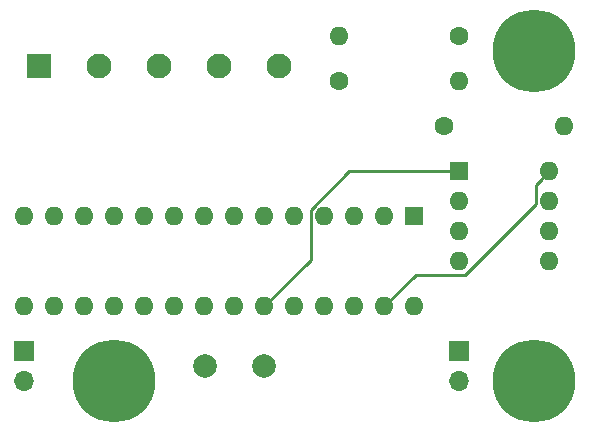
<source format=gbr>
G04 #@! TF.GenerationSoftware,KiCad,Pcbnew,(5.1.5)-3*
G04 #@! TF.CreationDate,2020-06-02T00:14:17+02:00*
G04 #@! TF.ProjectId,I2CMaster,4932434d-6173-4746-9572-2e6b69636164,rev?*
G04 #@! TF.SameCoordinates,Original*
G04 #@! TF.FileFunction,Copper,L2,Bot*
G04 #@! TF.FilePolarity,Positive*
%FSLAX46Y46*%
G04 Gerber Fmt 4.6, Leading zero omitted, Abs format (unit mm)*
G04 Created by KiCad (PCBNEW (5.1.5)-3) date 2020-06-02 00:14:17*
%MOMM*%
%LPD*%
G04 APERTURE LIST*
%ADD10O,1.600000X1.600000*%
%ADD11C,1.600000*%
%ADD12O,1.700000X1.700000*%
%ADD13R,1.700000X1.700000*%
%ADD14C,2.000000*%
%ADD15C,7.000000*%
%ADD16R,1.600000X1.600000*%
%ADD17C,2.100000*%
%ADD18R,2.100000X2.100000*%
%ADD19C,0.250000*%
G04 APERTURE END LIST*
D10*
X367030000Y-241300000D03*
D11*
X356870000Y-241300000D03*
D12*
X358140000Y-262890000D03*
D13*
X358140000Y-260350000D03*
D14*
X336630000Y-261620000D03*
X341630000Y-261620000D03*
D15*
X328930000Y-262890000D03*
X364490000Y-262890000D03*
X364490000Y-234950000D03*
D10*
X365760000Y-245110000D03*
X358140000Y-252730000D03*
X365760000Y-247650000D03*
X358140000Y-250190000D03*
X365760000Y-250190000D03*
X358140000Y-247650000D03*
X365760000Y-252730000D03*
D16*
X358140000Y-245110000D03*
D10*
X354330000Y-256540000D03*
X321310000Y-248920000D03*
X351790000Y-256540000D03*
X323850000Y-248920000D03*
X349250000Y-256540000D03*
X326390000Y-248920000D03*
X346710000Y-256540000D03*
X328930000Y-248920000D03*
X344170000Y-256540000D03*
X331470000Y-248920000D03*
X341630000Y-256540000D03*
X334010000Y-248920000D03*
X339090000Y-256540000D03*
X336550000Y-248920000D03*
X336550000Y-256540000D03*
X339090000Y-248920000D03*
X334010000Y-256540000D03*
X341630000Y-248920000D03*
X331470000Y-256540000D03*
X344170000Y-248920000D03*
X328930000Y-256540000D03*
X346710000Y-248920000D03*
X326390000Y-256540000D03*
X349250000Y-248920000D03*
X323850000Y-256540000D03*
X351790000Y-248920000D03*
X321310000Y-256540000D03*
D16*
X354330000Y-248920000D03*
D10*
X358140000Y-237490000D03*
D11*
X347980000Y-237490000D03*
D10*
X347980000Y-233680000D03*
D11*
X358140000Y-233680000D03*
D17*
X342900000Y-236220000D03*
X337820000Y-236220000D03*
X332740000Y-236220000D03*
X327660000Y-236220000D03*
D18*
X322580000Y-236220000D03*
D12*
X321310000Y-262890000D03*
D13*
X321310000Y-260350000D03*
D19*
X364960001Y-245909999D02*
X365760000Y-245110000D01*
X364634999Y-247900003D02*
X364634999Y-246235001D01*
X358680001Y-253855001D02*
X364634999Y-247900003D01*
X364634999Y-246235001D02*
X364960001Y-245909999D01*
X354474999Y-253855001D02*
X358680001Y-253855001D01*
X351790000Y-256540000D02*
X354474999Y-253855001D01*
X357090000Y-245110000D02*
X358140000Y-245110000D01*
X345584999Y-248379999D02*
X348854998Y-245110000D01*
X348854998Y-245110000D02*
X357090000Y-245110000D01*
X345584999Y-252585001D02*
X345584999Y-248379999D01*
X341630000Y-256540000D02*
X345584999Y-252585001D01*
M02*

</source>
